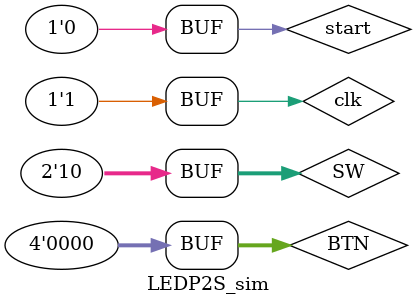
<source format=v>
`timescale 1ns / 1ps


module LEDP2S_sim;

	// Inputs
	reg clk;
	reg [3:0] BTN;
	reg start;
	reg [15:14] SW;

	// Outputs
	wire s_l;
	wire [15:0] disp;
	wire [3:0] AN;
	wire [7:0] SEGMENT;
	wire finish;
	wire LED_DO;
	wire LED_CLK;
	wire LED_EN;
	wire LED_CLR;
	wire BTNX4;

	// Instantiate the Unit Under Test (UUT)
	LED_DRV uut (
		.clk(clk), 
		.BTN(BTN), 
		.start(start), 
		.SW(SW), 
		.s_l(s_l), 
		.disp(disp), 
		.AN(AN), 
		.SEGMENT(SEGMENT), 
		.finish(finish), 
		.LED_DO(LED_DO), 
		.LED_CLK(LED_CLK), 
		.LED_EN(LED_EN), 
		.LED_CLR(LED_CLR), 
		.BTNX4(BTNX4)
	);

	initial begin
		// Initialize Inputs
		clk = 0;
		BTN = 0;
		start = 0;
		SW = 0;

		// Wait 100 ns for global reset to finish
		#100;
        
		// Add stimulus here

      start=0;
		SW[15]=1;
		SW[14]=0;
		#1000;
		start=1;
		#10;
		start=0;
	end

always begin       
    clk=0; #20;
	 clk=1; #20;
end
      
endmodule


</source>
